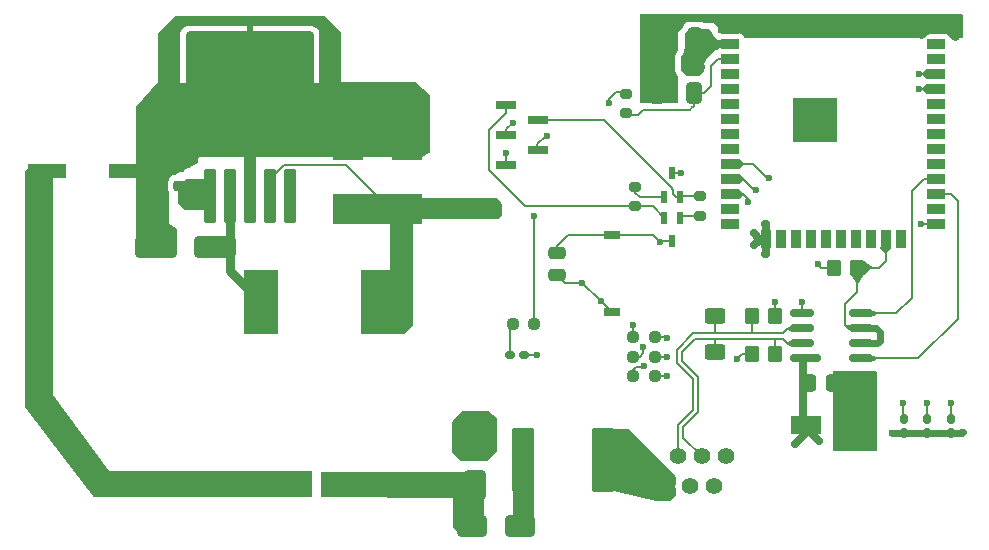
<source format=gtl>
%TF.GenerationSoftware,KiCad,Pcbnew,9.0.7*%
%TF.CreationDate,2026-01-28T21:35:42+01:00*%
%TF.ProjectId,modbus-to-x,6d6f6462-7573-42d7-946f-2d782e6b6963,rev?*%
%TF.SameCoordinates,Original*%
%TF.FileFunction,Copper,L1,Top*%
%TF.FilePolarity,Positive*%
%FSLAX46Y46*%
G04 Gerber Fmt 4.6, Leading zero omitted, Abs format (unit mm)*
G04 Created by KiCad (PCBNEW 9.0.7) date 2026-01-28 21:35:42*
%MOMM*%
%LPD*%
G01*
G04 APERTURE LIST*
G04 Aperture macros list*
%AMRoundRect*
0 Rectangle with rounded corners*
0 $1 Rounding radius*
0 $2 $3 $4 $5 $6 $7 $8 $9 X,Y pos of 4 corners*
0 Add a 4 corners polygon primitive as box body*
4,1,4,$2,$3,$4,$5,$6,$7,$8,$9,$2,$3,0*
0 Add four circle primitives for the rounded corners*
1,1,$1+$1,$2,$3*
1,1,$1+$1,$4,$5*
1,1,$1+$1,$6,$7*
1,1,$1+$1,$8,$9*
0 Add four rect primitives between the rounded corners*
20,1,$1+$1,$2,$3,$4,$5,0*
20,1,$1+$1,$4,$5,$6,$7,0*
20,1,$1+$1,$6,$7,$8,$9,0*
20,1,$1+$1,$8,$9,$2,$3,0*%
G04 Aperture macros list end*
%TA.AperFunction,SMDPad,CuDef*%
%ADD10RoundRect,0.225000X0.250000X-0.225000X0.250000X0.225000X-0.250000X0.225000X-0.250000X-0.225000X0*%
%TD*%
%TA.AperFunction,ComponentPad*%
%ADD11R,1.500000X1.500000*%
%TD*%
%TA.AperFunction,ComponentPad*%
%ADD12C,1.600000*%
%TD*%
%TA.AperFunction,SMDPad,CuDef*%
%ADD13RoundRect,0.250000X-1.050000X-0.550000X1.050000X-0.550000X1.050000X0.550000X-1.050000X0.550000X0*%
%TD*%
%TA.AperFunction,ComponentPad*%
%ADD14C,1.408000*%
%TD*%
%TA.AperFunction,SMDPad,CuDef*%
%ADD15RoundRect,0.250000X0.300000X-2.050000X0.300000X2.050000X-0.300000X2.050000X-0.300000X-2.050000X0*%
%TD*%
%TA.AperFunction,SMDPad,CuDef*%
%ADD16RoundRect,0.250002X5.149998X-4.449998X5.149998X4.449998X-5.149998X4.449998X-5.149998X-4.449998X0*%
%TD*%
%TA.AperFunction,SMDPad,CuDef*%
%ADD17R,3.302000X1.219200*%
%TD*%
%TA.AperFunction,SMDPad,CuDef*%
%ADD18RoundRect,0.237500X-0.250000X-0.237500X0.250000X-0.237500X0.250000X0.237500X-0.250000X0.237500X0*%
%TD*%
%TA.AperFunction,SMDPad,CuDef*%
%ADD19R,2.499995X2.560396*%
%TD*%
%TA.AperFunction,SMDPad,CuDef*%
%ADD20RoundRect,0.250000X-0.475000X0.250000X-0.475000X-0.250000X0.475000X-0.250000X0.475000X0.250000X0*%
%TD*%
%TA.AperFunction,SMDPad,CuDef*%
%ADD21R,0.500000X1.000000*%
%TD*%
%TA.AperFunction,SMDPad,CuDef*%
%ADD22RoundRect,0.160000X0.160000X-0.222500X0.160000X0.222500X-0.160000X0.222500X-0.160000X-0.222500X0*%
%TD*%
%TA.AperFunction,SMDPad,CuDef*%
%ADD23RoundRect,0.250000X-1.000000X-0.650000X1.000000X-0.650000X1.000000X0.650000X-1.000000X0.650000X0*%
%TD*%
%TA.AperFunction,SMDPad,CuDef*%
%ADD24RoundRect,0.250000X0.650000X-1.000000X0.650000X1.000000X-0.650000X1.000000X-0.650000X-1.000000X0*%
%TD*%
%TA.AperFunction,SMDPad,CuDef*%
%ADD25RoundRect,0.250000X-0.350000X-0.450000X0.350000X-0.450000X0.350000X0.450000X-0.350000X0.450000X0*%
%TD*%
%TA.AperFunction,SMDPad,CuDef*%
%ADD26RoundRect,0.250000X0.412500X0.650000X-0.412500X0.650000X-0.412500X-0.650000X0.412500X-0.650000X0*%
%TD*%
%TA.AperFunction,SMDPad,CuDef*%
%ADD27RoundRect,0.200000X0.275000X-0.200000X0.275000X0.200000X-0.275000X0.200000X-0.275000X-0.200000X0*%
%TD*%
%TA.AperFunction,SMDPad,CuDef*%
%ADD28RoundRect,0.250000X-0.337500X-0.475000X0.337500X-0.475000X0.337500X0.475000X-0.337500X0.475000X0*%
%TD*%
%TA.AperFunction,SMDPad,CuDef*%
%ADD29RoundRect,0.250000X-0.625000X0.400000X-0.625000X-0.400000X0.625000X-0.400000X0.625000X0.400000X0*%
%TD*%
%TA.AperFunction,SMDPad,CuDef*%
%ADD30RoundRect,0.250000X-0.250000X-0.475000X0.250000X-0.475000X0.250000X0.475000X-0.250000X0.475000X0*%
%TD*%
%TA.AperFunction,SMDPad,CuDef*%
%ADD31RoundRect,0.150000X0.825000X0.150000X-0.825000X0.150000X-0.825000X-0.150000X0.825000X-0.150000X0*%
%TD*%
%TA.AperFunction,SMDPad,CuDef*%
%ADD32R,2.900000X5.400000*%
%TD*%
%TA.AperFunction,SMDPad,CuDef*%
%ADD33RoundRect,0.200000X-0.275000X0.200000X-0.275000X-0.200000X0.275000X-0.200000X0.275000X0.200000X0*%
%TD*%
%TA.AperFunction,SMDPad,CuDef*%
%ADD34RoundRect,0.237500X0.250000X0.237500X-0.250000X0.237500X-0.250000X-0.237500X0.250000X-0.237500X0*%
%TD*%
%TA.AperFunction,SMDPad,CuDef*%
%ADD35RoundRect,0.250000X1.500000X0.650000X-1.500000X0.650000X-1.500000X-0.650000X1.500000X-0.650000X0*%
%TD*%
%TA.AperFunction,SMDPad,CuDef*%
%ADD36RoundRect,0.160000X0.222500X0.160000X-0.222500X0.160000X-0.222500X-0.160000X0.222500X-0.160000X0*%
%TD*%
%TA.AperFunction,SMDPad,CuDef*%
%ADD37RoundRect,0.250000X-0.712500X-2.475000X0.712500X-2.475000X0.712500X2.475000X-0.712500X2.475000X0*%
%TD*%
%TA.AperFunction,SMDPad,CuDef*%
%ADD38R,1.346200X0.660400*%
%TD*%
%TA.AperFunction,SMDPad,CuDef*%
%ADD39R,1.500000X0.900000*%
%TD*%
%TA.AperFunction,SMDPad,CuDef*%
%ADD40R,0.900000X1.500000*%
%TD*%
%TA.AperFunction,SMDPad,CuDef*%
%ADD41R,0.900000X0.900000*%
%TD*%
%TA.AperFunction,HeatsinkPad*%
%ADD42C,0.600000*%
%TD*%
%TA.AperFunction,SMDPad,CuDef*%
%ADD43R,3.800000X3.800000*%
%TD*%
%TA.AperFunction,SMDPad,CuDef*%
%ADD44R,1.700000X0.740000*%
%TD*%
%TA.AperFunction,ViaPad*%
%ADD45C,0.600000*%
%TD*%
%TA.AperFunction,Conductor*%
%ADD46C,0.200000*%
%TD*%
%TA.AperFunction,Conductor*%
%ADD47C,0.635000*%
%TD*%
%TA.AperFunction,Conductor*%
%ADD48C,0.800000*%
%TD*%
%TA.AperFunction,Conductor*%
%ADD49C,0.600000*%
%TD*%
%TA.AperFunction,Conductor*%
%ADD50C,1.000000*%
%TD*%
G04 APERTURE END LIST*
D10*
%TO.P,C3,1*%
%TO.N,/V_BUCK*%
X62200000Y-102675000D03*
%TO.P,C3,2*%
%TO.N,GND*%
X62200000Y-101125000D03*
%TD*%
D11*
%TO.P,SW1,1,B*%
%TO.N,/V_PROT*%
X75140000Y-127900000D03*
D12*
%TO.P,SW1,2,C*%
X77680000Y-127900000D03*
%TO.P,SW1,3,A*%
%TO.N,/V_BUCK*%
X72600000Y-127900000D03*
%TD*%
D13*
%TO.P,C22,2*%
%TO.N,GND*%
X118820555Y-122968067D03*
%TO.P,C22,1*%
%TO.N,VDD33*%
X115220555Y-122968067D03*
%TD*%
D14*
%TO.P,J1,6*%
%TO.N,/V_EXT*%
X103350000Y-128125000D03*
%TO.P,J1,5*%
%TO.N,/RS485+*%
X104370000Y-125585000D03*
%TO.P,J1,4*%
%TO.N,unconnected-(J1-Pad4)*%
X105390000Y-128125000D03*
%TO.P,J1,3*%
%TO.N,/RS485-*%
X106410000Y-125585000D03*
%TO.P,J1,2*%
%TO.N,unconnected-(J1-Pad2)*%
X107430000Y-128125000D03*
%TO.P,J1,1*%
%TO.N,GND*%
X108450000Y-125585000D03*
%TD*%
D15*
%TO.P,U1,5,~{ON}/OFF*%
%TO.N,/OFF*%
X71550000Y-103500000D03*
%TO.P,U1,4,FB*%
%TO.N,VDD33*%
X69850000Y-103500000D03*
D16*
%TO.P,U1,3,GND*%
%TO.N,GND*%
X68150000Y-94350000D03*
D15*
X68150000Y-103500000D03*
%TO.P,U1,2,OUT*%
%TO.N,Net-(D2-A1)*%
X66450000Y-103500000D03*
%TO.P,U1,1,VIN*%
%TO.N,/V_BUCK*%
X64750000Y-103500000D03*
%TD*%
D17*
%TO.P,C6,1*%
%TO.N,/V_BUCK*%
X50945600Y-101450000D03*
%TO.P,C6,2*%
%TO.N,GND*%
X57854400Y-101450000D03*
%TD*%
D18*
%TO.P,R17,1*%
%TO.N,/LED_B*%
X100603500Y-117136300D03*
%TO.P,R17,2*%
%TO.N,Net-(D5-A)*%
X102428500Y-117136300D03*
%TD*%
D19*
%TO.P,C1,1*%
%TO.N,VDD33*%
X76489608Y-104599895D03*
%TO.P,C1,2*%
%TO.N,GND*%
X76489608Y-99255507D03*
%TD*%
D20*
%TO.P,C2,1*%
%TO.N,/EN*%
X94200000Y-108350000D03*
%TO.P,C2,2*%
%TO.N,GND*%
X94200000Y-110250000D03*
%TD*%
D21*
%TO.P,Q2,1,B*%
%TO.N,Net-(Q2-B)*%
X104551000Y-105359200D03*
%TO.P,Q2,2,E*%
%TO.N,/RTS*%
X103251000Y-105359200D03*
%TO.P,Q2,3,C*%
%TO.N,/EN*%
X103901000Y-107359200D03*
%TD*%
D22*
%TO.P,D5,1,K*%
%TO.N,GND*%
X125505650Y-123570500D03*
%TO.P,D5,2,A*%
%TO.N,Net-(D5-A)*%
X125505650Y-122425500D03*
%TD*%
%TO.P,D6,1,K*%
%TO.N,GND*%
X123515650Y-123570500D03*
%TO.P,D6,2,A*%
%TO.N,Net-(D6-A)*%
X123515650Y-122425500D03*
%TD*%
D23*
%TO.P,D7,1,K*%
%TO.N,/V_PROT*%
X87000000Y-131500000D03*
%TO.P,D7,2,A*%
%TO.N,Net-(D7-A)*%
X91000000Y-131500000D03*
%TD*%
D24*
%TO.P,D8,1,A1*%
%TO.N,/V_PROT*%
X87196875Y-128000000D03*
%TO.P,D8,2,A2*%
%TO.N,GND*%
X87196875Y-124000000D03*
%TD*%
D18*
%TO.P,R16,1*%
%TO.N,/LED_C*%
X100603500Y-115498000D03*
%TO.P,R16,2*%
%TO.N,Net-(D4-A)*%
X102428500Y-115498000D03*
%TD*%
D25*
%TO.P,R2,1*%
%TO.N,/RS485+*%
X110642400Y-113690400D03*
%TO.P,R2,2*%
%TO.N,VDD33*%
X112642400Y-113690400D03*
%TD*%
D26*
%TO.P,C4,1*%
%TO.N,/EN*%
X105762500Y-94800000D03*
%TO.P,C4,2*%
%TO.N,GND*%
X102637500Y-94800000D03*
%TD*%
D27*
%TO.P,R19,1*%
%TO.N,/RTS*%
X100800000Y-104425000D03*
%TO.P,R19,2*%
%TO.N,Net-(Q1-B)*%
X100800000Y-102775000D03*
%TD*%
D18*
%TO.P,R18,1*%
%TO.N,/LED_A*%
X100603500Y-118774600D03*
%TO.P,R18,2*%
%TO.N,Net-(D6-A)*%
X102428500Y-118774600D03*
%TD*%
D28*
%TO.P,C25,1*%
%TO.N,GND*%
X103762500Y-90000000D03*
%TO.P,C25,2*%
%TO.N,VDD33*%
X105837500Y-90000000D03*
%TD*%
D25*
%TO.P,R15,1*%
%TO.N,GND*%
X117592600Y-109601000D03*
%TO.P,R15,2*%
%TO.N,/RS485_DE_RE*%
X119592600Y-109601000D03*
%TD*%
D29*
%TO.P,R1,1*%
%TO.N,/RS485+*%
X107527600Y-113664400D03*
%TO.P,R1,2*%
%TO.N,/RS485-*%
X107527600Y-116764400D03*
%TD*%
D30*
%TO.P,C7,1*%
%TO.N,VDD33*%
X115569200Y-119329200D03*
%TO.P,C7,2*%
%TO.N,GND*%
X117469200Y-119329200D03*
%TD*%
D31*
%TO.P,U3,1,RO*%
%TO.N,/RX_{2}*%
X119877200Y-117285700D03*
%TO.P,U3,2,~{RE}*%
%TO.N,/RS485_DE_RE*%
X119877200Y-116015700D03*
%TO.P,U3,3,DE*%
X119877200Y-114745700D03*
%TO.P,U3,4,DI*%
%TO.N,/TX_{2}*%
X119877200Y-113475700D03*
%TO.P,U3,5,GND*%
%TO.N,GND*%
X114927200Y-113475700D03*
%TO.P,U3,6,A*%
%TO.N,/RS485+*%
X114927200Y-114745700D03*
%TO.P,U3,7,B*%
%TO.N,/RS485-*%
X114927200Y-116015700D03*
%TO.P,U3,8,VCC*%
%TO.N,VDD33*%
X114927200Y-117285700D03*
%TD*%
D32*
%TO.P,L1,1,1*%
%TO.N,VDD33*%
X79000000Y-112500000D03*
%TO.P,L1,2,2*%
%TO.N,Net-(D2-A1)*%
X69100000Y-112500000D03*
%TD*%
D33*
%TO.P,R4,1*%
%TO.N,VDD33*%
X100000000Y-94875000D03*
%TO.P,R4,2*%
%TO.N,/EN*%
X100000000Y-96525000D03*
%TD*%
D19*
%TO.P,C8,1*%
%TO.N,VDD33*%
X81450000Y-104599895D03*
%TO.P,C8,2*%
%TO.N,GND*%
X81450000Y-99255507D03*
%TD*%
D25*
%TO.P,R14,1*%
%TO.N,GND*%
X110642400Y-116890800D03*
%TO.P,R14,2*%
%TO.N,/RS485-*%
X112642400Y-116890800D03*
%TD*%
D22*
%TO.P,D4,1,K*%
%TO.N,GND*%
X127495650Y-123570500D03*
%TO.P,D4,2,A*%
%TO.N,Net-(D4-A)*%
X127495650Y-122425500D03*
%TD*%
D34*
%TO.P,R3,1*%
%TO.N,VDD33*%
X92225000Y-114400000D03*
%TO.P,R3,2*%
%TO.N,Net-(D1-A)*%
X90400000Y-114400000D03*
%TD*%
D35*
%TO.P,D2,1,A1*%
%TO.N,Net-(D2-A1)*%
X65250000Y-107850000D03*
%TO.P,D2,2,A2*%
%TO.N,GND*%
X60250000Y-107850000D03*
%TD*%
D30*
%TO.P,C24,1*%
%TO.N,GND*%
X103250000Y-92300000D03*
%TO.P,C24,2*%
%TO.N,VDD33*%
X105150000Y-92300000D03*
%TD*%
D36*
%TO.P,D1,1,K*%
%TO.N,GND*%
X91345000Y-117032500D03*
%TO.P,D1,2,A*%
%TO.N,Net-(D1-A)*%
X90200000Y-117032500D03*
%TD*%
D37*
%TO.P,F1,1*%
%TO.N,Net-(D7-A)*%
X91312500Y-125900000D03*
%TO.P,F1,2*%
%TO.N,/V_EXT*%
X98087500Y-125900000D03*
%TD*%
D38*
%TO.P,SW4,1,1*%
%TO.N,GND*%
X98800000Y-113376600D03*
%TO.P,SW4,2,2*%
%TO.N,/EN*%
X98800000Y-106823400D03*
%TD*%
D21*
%TO.P,Q1,1,B*%
%TO.N,Net-(Q1-B)*%
X103251000Y-103600000D03*
%TO.P,Q1,2,E*%
%TO.N,/DTR*%
X104551000Y-103600000D03*
%TO.P,Q1,3,C*%
%TO.N,/IO_0*%
X103901000Y-101600000D03*
%TD*%
D39*
%TO.P,IC1,1,GND_1*%
%TO.N,GND*%
X108781800Y-89405400D03*
%TO.P,IC1,2,3V3*%
%TO.N,VDD33*%
X108781800Y-90675400D03*
%TO.P,IC1,3,EN*%
%TO.N,/EN*%
X108781800Y-91945400D03*
%TO.P,IC1,4,SENSOR_VP*%
%TO.N,unconnected-(IC1-SENSOR_VP-Pad4)*%
X108781800Y-93215400D03*
%TO.P,IC1,5,SENSOR_VN*%
%TO.N,unconnected-(IC1-SENSOR_VN-Pad5)*%
X108781800Y-94485400D03*
%TO.P,IC1,6,IO34*%
%TO.N,unconnected-(IC1-IO34-Pad6)*%
X108781800Y-95755400D03*
%TO.P,IC1,7,IO35*%
%TO.N,unconnected-(IC1-IO35-Pad7)*%
X108781800Y-97025400D03*
%TO.P,IC1,8,IO32*%
%TO.N,unconnected-(IC1-IO32-Pad8)*%
X108781800Y-98295400D03*
%TO.P,IC1,9,IO33*%
%TO.N,unconnected-(IC1-IO33-Pad9)*%
X108781800Y-99565400D03*
%TO.P,IC1,10,IO25*%
%TO.N,/LED_A*%
X108781800Y-100835400D03*
%TO.P,IC1,11,IO26*%
%TO.N,/LED_B*%
X108781800Y-102105400D03*
%TO.P,IC1,12,IO27*%
%TO.N,/LED_C*%
X108781800Y-103375400D03*
%TO.P,IC1,13,IO14*%
%TO.N,unconnected-(IC1-IO14-Pad13)*%
X108781800Y-104645400D03*
%TO.P,IC1,14,IO12*%
%TO.N,unconnected-(IC1-IO12-Pad14)*%
X108781800Y-105915400D03*
D40*
%TO.P,IC1,15,GND_2*%
%TO.N,GND*%
X111821800Y-107165400D03*
%TO.P,IC1,16,IO13*%
%TO.N,unconnected-(IC1-IO13-Pad16)*%
X113091800Y-107165400D03*
%TO.P,IC1,17,SHD/SD2*%
%TO.N,unconnected-(IC1-SHD{slash}SD2-Pad17)*%
X114361800Y-107165400D03*
%TO.P,IC1,18,SWP/SD3*%
%TO.N,unconnected-(IC1-SWP{slash}SD3-Pad18)*%
X115631800Y-107165400D03*
%TO.P,IC1,19,SCS/CMD*%
%TO.N,unconnected-(IC1-SCS{slash}CMD-Pad19)*%
X116901800Y-107165400D03*
%TO.P,IC1,20,SCK/CLK*%
%TO.N,unconnected-(IC1-SCK{slash}CLK-Pad20)*%
X118171800Y-107165400D03*
%TO.P,IC1,21,SDO/SD0*%
%TO.N,unconnected-(IC1-SDO{slash}SD0-Pad21)*%
X119441800Y-107165400D03*
%TO.P,IC1,22,SDI/SD1*%
%TO.N,unconnected-(IC1-SDI{slash}SD1-Pad22)*%
X120711800Y-107165400D03*
%TO.P,IC1,23,IO15*%
%TO.N,/RS485_DE_RE*%
X121981800Y-107165400D03*
%TO.P,IC1,24,IO2*%
%TO.N,unconnected-(IC1-IO2-Pad24)*%
X123251800Y-107165400D03*
D39*
%TO.P,IC1,25,IO0*%
%TO.N,/IO_0*%
X126281800Y-105915400D03*
%TO.P,IC1,26,IO4*%
%TO.N,unconnected-(IC1-IO4-Pad26)*%
X126281800Y-104645400D03*
%TO.P,IC1,27,IO16*%
%TO.N,/RX_{2}*%
X126281800Y-103375400D03*
%TO.P,IC1,28,IO17*%
%TO.N,/TX_{2}*%
X126281800Y-102105400D03*
%TO.P,IC1,29,IO5*%
%TO.N,unconnected-(IC1-IO5-Pad29)*%
X126281800Y-100835400D03*
%TO.P,IC1,30,IO18*%
%TO.N,unconnected-(IC1-IO18-Pad30)*%
X126281800Y-99565400D03*
%TO.P,IC1,31,IO19*%
%TO.N,unconnected-(IC1-IO19-Pad31)*%
X126281800Y-98295400D03*
%TO.P,IC1,32,NC*%
%TO.N,unconnected-(IC1-NC-Pad32)*%
X126281800Y-97025400D03*
%TO.P,IC1,33,IO21*%
%TO.N,unconnected-(IC1-IO21-Pad33)*%
X126281800Y-95755400D03*
%TO.P,IC1,34,RXD0*%
%TO.N,/RX_0*%
X126281800Y-94485400D03*
%TO.P,IC1,35,TXD0*%
%TO.N,/TX_0*%
X126281800Y-93215400D03*
%TO.P,IC1,36,IO22*%
%TO.N,unconnected-(IC1-IO22-Pad36)*%
X126281800Y-91945400D03*
%TO.P,IC1,37,IO23*%
%TO.N,unconnected-(IC1-IO23-Pad37)*%
X126281800Y-90675400D03*
%TO.P,IC1,38,GND_3*%
%TO.N,GND*%
X126281800Y-89405400D03*
D41*
%TO.P,IC1,39,GND_4*%
X114631800Y-95725400D03*
D42*
X114631800Y-96425400D03*
D41*
X114631800Y-97125400D03*
D42*
X114631800Y-97825400D03*
D41*
X114631800Y-98525400D03*
D42*
X115331800Y-95725400D03*
X115331800Y-97125400D03*
X115331800Y-98525400D03*
X116006800Y-96425400D03*
X116006800Y-97825400D03*
D41*
X116031800Y-95725400D03*
X116031800Y-97125400D03*
D43*
X116031800Y-97125400D03*
D41*
X116031800Y-98525400D03*
D42*
X116731800Y-95725400D03*
X116731800Y-97125400D03*
X116731800Y-98525400D03*
D41*
X117431800Y-95725400D03*
D42*
X117431800Y-96425400D03*
D41*
X117431800Y-97125400D03*
D42*
X117431800Y-97825400D03*
D41*
X117431800Y-98525400D03*
%TD*%
D44*
%TO.P,J4,1,1*%
%TO.N,GND*%
X89850000Y-100940000D03*
%TO.P,J4,2,2*%
%TO.N,/RX_0*%
X92550000Y-99670000D03*
%TO.P,J4,3,3*%
%TO.N,/TX_0*%
X89850000Y-98400000D03*
%TO.P,J4,4,4*%
%TO.N,/DTR*%
X92550000Y-97130000D03*
%TO.P,J4,5,5*%
%TO.N,/RTS*%
X89850000Y-95860000D03*
%TD*%
D27*
%TO.P,R5,1*%
%TO.N,Net-(Q2-B)*%
X106300000Y-105225000D03*
%TO.P,R5,2*%
%TO.N,/DTR*%
X106300000Y-103575000D03*
%TD*%
D45*
%TO.N,GND*%
X59900000Y-105600000D03*
X72500000Y-88700000D03*
X70713627Y-88700000D03*
X68925220Y-88700000D03*
X67167107Y-88700000D03*
X63613784Y-88696622D03*
X65378700Y-88700000D03*
X74600000Y-93000000D03*
X74603378Y-89446677D03*
X74600000Y-91211593D03*
X61758648Y-89446677D03*
X61755270Y-93000000D03*
X61755270Y-91211593D03*
X122508450Y-123575200D03*
X89845434Y-99930196D03*
X63350000Y-99825000D03*
X79000000Y-97500000D03*
X109407200Y-117297200D03*
X71550000Y-99825000D03*
X60290000Y-106600000D03*
X110845600Y-107721400D03*
X78150000Y-99600000D03*
X76000000Y-97500000D03*
X59900000Y-100950000D03*
X85796875Y-123100000D03*
X85796875Y-125100000D03*
X65150000Y-99825000D03*
X74600000Y-94500000D03*
X118600000Y-119300000D03*
X74750000Y-99600000D03*
X58980000Y-106600000D03*
X59150000Y-97925000D03*
X83100000Y-99600000D03*
X108840000Y-88500000D03*
X114900000Y-112550000D03*
X79750000Y-99600000D03*
X61600000Y-106600000D03*
X61750000Y-94500000D03*
X60450000Y-97925000D03*
X88596875Y-124100000D03*
X124489650Y-123575200D03*
X87896875Y-122200000D03*
X74600000Y-96260000D03*
X86596875Y-122200000D03*
X82250000Y-96125000D03*
X92436786Y-117000000D03*
X61750000Y-99825000D03*
X104800000Y-88500000D03*
X79750000Y-98600000D03*
X82000000Y-97500000D03*
X111785400Y-108483400D03*
X128500000Y-123550000D03*
X125018800Y-89027000D03*
X118800000Y-124400000D03*
X66650000Y-99825000D03*
X96311700Y-110888300D03*
X59200000Y-100300000D03*
X68150000Y-99525000D03*
X81000000Y-97500000D03*
X60450000Y-94500000D03*
X88596875Y-123100000D03*
X114140000Y-88500000D03*
X77000000Y-97500000D03*
X59150000Y-96165000D03*
X115900000Y-88500000D03*
X116281200Y-109331200D03*
X60450000Y-96165000D03*
X126300000Y-88500000D03*
X118800000Y-121600000D03*
X117660000Y-88500000D03*
X122860000Y-88500000D03*
X126470850Y-123575200D03*
X73450000Y-99825000D03*
X74750000Y-98600000D03*
X102600000Y-90000000D03*
X83100000Y-98600000D03*
X112380000Y-88500000D03*
X82250000Y-94365000D03*
X127889000Y-89052400D03*
X119800000Y-120400000D03*
X111810800Y-105867200D03*
X97861700Y-112438300D03*
X121100000Y-88500000D03*
X85796875Y-124100000D03*
X78150000Y-98600000D03*
X110845600Y-106705400D03*
X88596875Y-125100000D03*
X60000000Y-100100000D03*
X120900000Y-122950000D03*
X127889000Y-90000000D03*
X110600000Y-88500000D03*
X110032800Y-89400000D03*
X103900000Y-95300000D03*
X68150000Y-100725000D03*
X119420000Y-88500000D03*
X119900000Y-124800000D03*
X69750000Y-99825000D03*
X107150000Y-88500000D03*
X61750000Y-97885000D03*
X61750000Y-96125000D03*
X101600000Y-92300000D03*
X125018800Y-89839800D03*
X101600000Y-90000000D03*
%TO.N,/EN*%
X100000000Y-96700000D03*
X102850000Y-107400000D03*
%TO.N,/IO_0*%
X104700000Y-101600000D03*
X124968000Y-105918000D03*
%TO.N,VDD33*%
X106400000Y-92600000D03*
X114326007Y-124516311D03*
X88500000Y-105125000D03*
X107100000Y-90100000D03*
X98600000Y-95700000D03*
X87100000Y-105125000D03*
X92200000Y-105200000D03*
X112623947Y-112537800D03*
X114956700Y-118536400D03*
X85700000Y-105125000D03*
X87100000Y-104200000D03*
X107100000Y-90900000D03*
X114956700Y-121120678D03*
X116332127Y-124293730D03*
X106400000Y-91800000D03*
X85700000Y-104200000D03*
X116205000Y-117285700D03*
X88500000Y-104200000D03*
%TO.N,/TX_0*%
X124841000Y-93242208D03*
X90400000Y-97350000D03*
%TO.N,/RX_0*%
X93350000Y-98450000D03*
X124841000Y-94488000D03*
%TO.N,/V_BUCK*%
X49700000Y-103400000D03*
X63900000Y-104300000D03*
X62900000Y-104300000D03*
X49700000Y-104300000D03*
X50900000Y-102500000D03*
X62900000Y-103400000D03*
X63900000Y-103400000D03*
X62900000Y-102500000D03*
X49700000Y-102500000D03*
X50900000Y-103400000D03*
X63900000Y-102500000D03*
X50900000Y-104300000D03*
%TO.N,Net-(D4-A)*%
X103505000Y-115519200D03*
X127500000Y-121100000D03*
%TO.N,Net-(D5-A)*%
X103469900Y-117136300D03*
X125500000Y-121100000D03*
%TO.N,Net-(D6-A)*%
X103469900Y-118774600D03*
X123500000Y-121100000D03*
%TO.N,/LED_C*%
X100634800Y-114477800D03*
X110363000Y-104063800D03*
%TO.N,/LED_A*%
X101500000Y-117900000D03*
X112100000Y-102000000D03*
%TO.N,/LED_B*%
X111000000Y-103000000D03*
X101482600Y-116306600D03*
%TD*%
D46*
%TO.N,GND*%
X63000000Y-100175000D02*
X63350000Y-99825000D01*
X63000000Y-101125000D02*
X63000000Y-100175000D01*
%TO.N,/V_BUCK*%
X62300000Y-103100000D02*
X62900000Y-102500000D01*
X62275000Y-103100000D02*
X62300000Y-103100000D01*
%TO.N,Net-(Q2-B)*%
X104685200Y-105225000D02*
X104551000Y-105359200D01*
X106300000Y-105225000D02*
X104685200Y-105225000D01*
%TO.N,/DTR*%
X104576000Y-103575000D02*
X104551000Y-103600000D01*
X106300000Y-103575000D02*
X104576000Y-103575000D01*
%TO.N,GND*%
X96311700Y-110888300D02*
X97861700Y-112438300D01*
D47*
%TO.N,VDD33*%
X114956700Y-118536400D02*
X114956700Y-119329200D01*
D46*
%TO.N,GND*%
X114900000Y-112550000D02*
X114900000Y-113448500D01*
X114900000Y-113448500D02*
X114927200Y-113475700D01*
X89845434Y-100935434D02*
X89850000Y-100940000D01*
X89845434Y-99930196D02*
X89845434Y-100935434D01*
%TO.N,/EN*%
X94200000Y-107737500D02*
X94200000Y-108350000D01*
%TO.N,GND*%
X96285900Y-110862500D02*
X96311700Y-110888300D01*
X94812500Y-110862500D02*
X96285900Y-110862500D01*
X94200000Y-110250000D02*
X94812500Y-110862500D01*
D47*
X111821800Y-107165400D02*
X111305600Y-107165400D01*
D46*
X92436786Y-117000000D02*
X91377500Y-117000000D01*
D47*
X111821800Y-108447000D02*
X111785400Y-108483400D01*
D48*
X126281800Y-89405400D02*
X125453200Y-89405400D01*
D46*
X116281200Y-109331200D02*
X116551000Y-109601000D01*
D49*
X128474800Y-123575200D02*
X128500000Y-123550000D01*
D48*
X127536000Y-89405400D02*
X127889000Y-89052400D01*
D50*
X68150000Y-103500000D02*
X68150000Y-94350000D01*
D47*
X111821800Y-107165400D02*
X111821800Y-108447000D01*
D48*
X126281800Y-89405400D02*
X125397200Y-89405400D01*
D47*
X111821800Y-107165400D02*
X111401600Y-107165400D01*
D49*
X122508450Y-123575200D02*
X128474800Y-123575200D01*
D47*
X111305600Y-107165400D02*
X110845600Y-106705400D01*
D46*
X102600000Y-90000000D02*
X103762500Y-90000000D01*
X110642400Y-116890800D02*
X109813600Y-116890800D01*
X124494350Y-123570500D02*
X124489650Y-123575200D01*
D48*
X125453200Y-89405400D02*
X125018800Y-89839800D01*
D46*
X116551000Y-109601000D02*
X117592600Y-109601000D01*
X97861700Y-112438300D02*
X98800000Y-113376600D01*
D48*
X125397200Y-89405400D02*
X125018800Y-89027000D01*
D46*
X126475550Y-123570500D02*
X126470850Y-123575200D01*
D47*
X111821800Y-105878200D02*
X111810800Y-105867200D01*
D46*
X126466150Y-123570500D02*
X126470850Y-123575200D01*
X127451750Y-123487700D02*
X127524250Y-123415200D01*
D47*
X111401600Y-107165400D02*
X110845600Y-107721400D01*
D46*
X109813600Y-116890800D02*
X109407200Y-117297200D01*
X91377500Y-117000000D02*
X91345000Y-117032500D01*
D47*
X111821800Y-107165400D02*
X111821800Y-105878200D01*
D48*
X127294400Y-89405400D02*
X127889000Y-90000000D01*
X126281800Y-89405400D02*
X127536000Y-89405400D01*
D46*
X124484950Y-123570500D02*
X124489650Y-123575200D01*
D48*
X126281800Y-89405400D02*
X127294400Y-89405400D01*
D46*
%TO.N,/EN*%
X103051200Y-107400000D02*
X103092000Y-107359200D01*
X107754600Y-91945400D02*
X107200000Y-92500000D01*
X101041200Y-96697800D02*
X100002200Y-96697800D01*
X106600000Y-94800000D02*
X105762500Y-94800000D01*
X105762500Y-94537500D02*
X105762500Y-94800000D01*
X100002200Y-96697800D02*
X100000000Y-96700000D01*
X102850000Y-107400000D02*
X103051200Y-107400000D01*
X94200000Y-107737500D02*
X95114100Y-106823400D01*
X105762500Y-95885000D02*
X105537000Y-96110500D01*
X101473000Y-96266000D02*
X101041200Y-96697800D01*
X105384600Y-96266000D02*
X101473000Y-96266000D01*
X107200000Y-94200000D02*
X106600000Y-94800000D01*
X108781800Y-91945400D02*
X107754600Y-91945400D01*
X105537000Y-96110500D02*
X105537000Y-96113600D01*
X98800000Y-106823400D02*
X102273400Y-106823400D01*
X102273400Y-106823400D02*
X102850000Y-107400000D01*
X107200000Y-92500000D02*
X107200000Y-94200000D01*
X103092000Y-107359200D02*
X103901000Y-107359200D01*
X95114100Y-106823400D02*
X98753200Y-106823400D01*
X105762500Y-94800000D02*
X105762500Y-95885000D01*
X105537000Y-96113600D02*
X105384600Y-96266000D01*
%TO.N,/IO_0*%
X125732600Y-105915400D02*
X126281800Y-105915400D01*
X104700000Y-101600000D02*
X103901000Y-101600000D01*
X125730000Y-105918000D02*
X125732600Y-105915400D01*
X124968000Y-105918000D02*
X125730000Y-105918000D01*
%TO.N,VDD33*%
X92200000Y-114375000D02*
X92225000Y-114400000D01*
D47*
X114956700Y-119329200D02*
X114956700Y-117315200D01*
X115220555Y-123621763D02*
X114326007Y-124516311D01*
D46*
X71014840Y-100899000D02*
X73899000Y-100899000D01*
D47*
X115220555Y-122968067D02*
X115220555Y-123621763D01*
D46*
X98600000Y-95700000D02*
X98600000Y-95300000D01*
X69850000Y-103500000D02*
X69850000Y-102063840D01*
D47*
X115220555Y-122968067D02*
X115220555Y-123182158D01*
D46*
X69850000Y-102063840D02*
X71014840Y-100899000D01*
D47*
X115220555Y-123182158D02*
X116332127Y-124293730D01*
D46*
X76299000Y-100899000D02*
X79000000Y-103600000D01*
D47*
X114956700Y-119329200D02*
X114956700Y-122704212D01*
D46*
X76489608Y-103489608D02*
X76489608Y-104599895D01*
X98600000Y-95300000D02*
X99200000Y-94700000D01*
X112623947Y-112537800D02*
X112623947Y-113272947D01*
X112642400Y-113291400D02*
X112642400Y-113690400D01*
D47*
X114956700Y-122704212D02*
X115220555Y-122968067D01*
D46*
X92200000Y-105200000D02*
X92200000Y-114375000D01*
X112623947Y-113272947D02*
X112642400Y-113291400D01*
X73899000Y-100899000D02*
X76299000Y-100899000D01*
D47*
X114927200Y-117285700D02*
X116205000Y-117285700D01*
D46*
X99200000Y-94700000D02*
X100000000Y-94700000D01*
%TO.N,Net-(D1-A)*%
X90200000Y-117032500D02*
X90200000Y-114567500D01*
X90200000Y-114567500D02*
X90322500Y-114445000D01*
%TO.N,/TX_0*%
X126281800Y-93215400D02*
X124867808Y-93215400D01*
X90400000Y-97350000D02*
X89850000Y-97900000D01*
X89850000Y-97900000D02*
X89850000Y-98250000D01*
X124867808Y-93215400D02*
X124841000Y-93242208D01*
%TO.N,/RX_0*%
X126281800Y-94485400D02*
X124843600Y-94485400D01*
X124843600Y-94485400D02*
X124841000Y-94488000D01*
X93200000Y-98450000D02*
X92500000Y-99150000D01*
X93350000Y-98450000D02*
X93200000Y-98450000D01*
X92500000Y-99620000D02*
X92550000Y-99670000D01*
X126259000Y-94462600D02*
X126281800Y-94485400D01*
X92500000Y-99150000D02*
X92500000Y-99620000D01*
D48*
%TO.N,Net-(D2-A1)*%
X66450000Y-109850000D02*
X69100000Y-112500000D01*
X66450000Y-103500000D02*
X66450000Y-109850000D01*
D46*
%TO.N,/RS485-*%
X104755400Y-117510531D02*
X106115001Y-118870132D01*
X106115001Y-121803197D02*
X104820001Y-123098197D01*
X107527600Y-116764400D02*
X107527600Y-115621400D01*
X104820001Y-123995001D02*
X106410000Y-125585000D01*
X113665700Y-116015700D02*
X114927200Y-116015700D01*
X112642400Y-115622600D02*
X112641200Y-115621400D01*
X113271400Y-115621400D02*
X113665700Y-116015700D01*
X106115001Y-118870132D02*
X106115001Y-121803197D01*
X112641200Y-115621400D02*
X105864000Y-115621400D01*
X112641200Y-115621400D02*
X113271400Y-115621400D01*
X104755400Y-116730000D02*
X104755400Y-117510531D01*
X107527600Y-115621400D02*
X107527000Y-115620800D01*
X112642400Y-116890800D02*
X112642400Y-115622600D01*
X104820001Y-123098197D02*
X104820001Y-123995001D01*
X105864000Y-115621400D02*
X104755400Y-116730000D01*
D49*
%TO.N,/RS485_DE_RE*%
X119877200Y-114745700D02*
X119891100Y-114731800D01*
X121513600Y-115036600D02*
X121513600Y-115773200D01*
X121513600Y-115773200D02*
X121271100Y-116015700D01*
D46*
X119592600Y-111674400D02*
X119592600Y-109601000D01*
X121981800Y-107165400D02*
X121981800Y-109005800D01*
X118845700Y-114745700D02*
X118550000Y-114450000D01*
X121976800Y-107535400D02*
X121976800Y-106755400D01*
D49*
X119891100Y-114731800D02*
X121208800Y-114731800D01*
D46*
X121976800Y-107651200D02*
X121976800Y-106755400D01*
D49*
X121271100Y-116015700D02*
X119877200Y-116015700D01*
X121208800Y-114731800D02*
X121513600Y-115036600D01*
D46*
X121981800Y-109005800D02*
X121386600Y-109601000D01*
X118550000Y-114450000D02*
X118550000Y-112717000D01*
X121386600Y-109601000D02*
X119592600Y-109601000D01*
X118550000Y-112717000D02*
X119592600Y-111674400D01*
X119877200Y-114745700D02*
X118845700Y-114745700D01*
%TO.N,Net-(D4-A)*%
X102428500Y-115498000D02*
X103483800Y-115498000D01*
X127500000Y-122421150D02*
X127495650Y-122425500D01*
X103483800Y-115498000D02*
X103505000Y-115519200D01*
X127500000Y-121100000D02*
X127500000Y-122421150D01*
%TO.N,Net-(D5-A)*%
X102428500Y-117136300D02*
X103469900Y-117136300D01*
X125505650Y-121105650D02*
X125505650Y-122425500D01*
X125500000Y-121100000D02*
X125505650Y-121105650D01*
%TO.N,Net-(D6-A)*%
X123500000Y-122409850D02*
X123515650Y-122425500D01*
X123500000Y-121100000D02*
X123500000Y-122409850D01*
X102428500Y-118774600D02*
X103469900Y-118774600D01*
%TO.N,/RS485+*%
X105664999Y-119056530D02*
X105664999Y-121616803D01*
X110642400Y-113690400D02*
X110642400Y-115171400D01*
X105664999Y-121616803D02*
X104370000Y-122911802D01*
X104305400Y-117696931D02*
X105664999Y-119056530D01*
X105677600Y-115171400D02*
X104305400Y-116543600D01*
X113278600Y-115171400D02*
X105677600Y-115171400D01*
X107527600Y-113664400D02*
X107527600Y-115171400D01*
X104305400Y-116543600D02*
X104305400Y-117696931D01*
X113704300Y-114745700D02*
X113278600Y-115171400D01*
X104370000Y-122911802D02*
X104370000Y-125585000D01*
X114927200Y-114745700D02*
X113704300Y-114745700D01*
%TO.N,/TX_{2}*%
X122874300Y-113475700D02*
X124206000Y-112144000D01*
X125194600Y-102105400D02*
X126281800Y-102105400D01*
X124206000Y-112144000D02*
X124206000Y-103094000D01*
X119877200Y-113475700D02*
X122874300Y-113475700D01*
X124206000Y-103094000D02*
X125194600Y-102105400D01*
%TO.N,/RX_{2}*%
X124735000Y-117285700D02*
X128100000Y-113920700D01*
X127525400Y-103375400D02*
X126191800Y-103375400D01*
X128100000Y-103950000D02*
X127525400Y-103375400D01*
X119877200Y-117285700D02*
X124735000Y-117285700D01*
X128100000Y-113920700D02*
X128100000Y-103950000D01*
%TO.N,/LED_C*%
X110363000Y-104063800D02*
X110363000Y-103809800D01*
X100634800Y-115466700D02*
X100603500Y-115498000D01*
X109928600Y-103375400D02*
X108781800Y-103375400D01*
X100634800Y-114477800D02*
X100634800Y-115466700D01*
X110363000Y-103809800D02*
X109928600Y-103375400D01*
%TO.N,/LED_A*%
X101400000Y-118000000D02*
X101500000Y-117900000D01*
X111906000Y-102000000D02*
X110741400Y-100835400D01*
X100850000Y-118000000D02*
X101400000Y-118000000D01*
X100603500Y-118774600D02*
X100603500Y-118246500D01*
X110741400Y-100835400D02*
X108781800Y-100835400D01*
X100603500Y-118246500D02*
X100850000Y-118000000D01*
X112100000Y-102000000D02*
X111906000Y-102000000D01*
%TO.N,/LED_B*%
X101482600Y-116867400D02*
X101213700Y-117136300D01*
X101213700Y-117136300D02*
X100603500Y-117136300D01*
X101482600Y-116306600D02*
X101482600Y-116867400D01*
X109954000Y-102105400D02*
X108781800Y-102105400D01*
X110848600Y-103000000D02*
X109954000Y-102105400D01*
X111000000Y-103000000D02*
X110848600Y-103000000D01*
%TO.N,/DTR*%
X104200000Y-103600000D02*
X104551000Y-103600000D01*
X104000000Y-102997000D02*
X104000000Y-103400000D01*
X92550000Y-97130000D02*
X98130000Y-97130000D01*
X98130000Y-97130000D02*
X103799000Y-102799000D01*
X103802000Y-102799000D02*
X104000000Y-102997000D01*
X104000000Y-103400000D02*
X104200000Y-103600000D01*
%TO.N,/RTS*%
X88400000Y-97950000D02*
X89850000Y-96500000D01*
X89850000Y-96500000D02*
X89850000Y-95860000D01*
X103251000Y-105359200D02*
X102291800Y-104400000D01*
X102291800Y-104400000D02*
X91488000Y-104400000D01*
X91488000Y-104400000D02*
X88400000Y-101312000D01*
X88400000Y-101312000D02*
X88400000Y-97950000D01*
%TO.N,Net-(Q1-B)*%
X103251000Y-103600000D02*
X101150000Y-103600000D01*
X100800000Y-103250000D02*
X100800000Y-102600000D01*
X101150000Y-103600000D02*
X100800000Y-103250000D01*
%TD*%
%TA.AperFunction,Conductor*%
%TO.N,VDD33*%
G36*
X106199411Y-89280328D02*
G01*
X106199498Y-89280306D01*
X106199704Y-89280342D01*
X106205485Y-89280636D01*
X106207803Y-89280872D01*
X106234234Y-89286526D01*
X106265493Y-89296885D01*
X106291580Y-89309049D01*
X106296005Y-89311779D01*
X106423460Y-89367860D01*
X106488556Y-89386321D01*
X106626475Y-89405500D01*
X106881728Y-89405500D01*
X106937182Y-89418591D01*
X107234466Y-89567233D01*
X107285624Y-89614819D01*
X107301901Y-89661588D01*
X107312509Y-89740350D01*
X107312513Y-89740369D01*
X107329865Y-89803623D01*
X107329867Y-89803630D01*
X107329868Y-89803631D01*
X107382613Y-89927828D01*
X107382615Y-89927830D01*
X107472890Y-90039863D01*
X107503905Y-90068739D01*
X107524026Y-90087474D01*
X107524029Y-90087477D01*
X107625315Y-90157804D01*
X107625883Y-90158208D01*
X107626847Y-90159432D01*
X107653304Y-90184961D01*
X107674254Y-90212946D01*
X107674257Y-90212948D01*
X107789464Y-90299193D01*
X107789471Y-90299197D01*
X107924317Y-90349491D01*
X107924316Y-90349491D01*
X107931244Y-90350235D01*
X107983927Y-90355900D01*
X108782528Y-90355899D01*
X108795115Y-90358870D01*
X108804488Y-90357859D01*
X108837980Y-90368990D01*
X108931454Y-90415727D01*
X108982613Y-90463314D01*
X109000000Y-90526636D01*
X109000000Y-90848636D01*
X108980315Y-90915675D01*
X108963681Y-90936317D01*
X108941417Y-90958581D01*
X108880094Y-90992066D01*
X108853736Y-90994900D01*
X107983929Y-90994900D01*
X107983923Y-90994901D01*
X107924316Y-91001308D01*
X107789471Y-91051602D01*
X107789464Y-91051606D01*
X107674257Y-91137851D01*
X107674253Y-91137854D01*
X107668303Y-91145802D01*
X107664928Y-91150310D01*
X107608996Y-91192182D01*
X107565662Y-91200000D01*
X107499999Y-91200000D01*
X106800000Y-91899999D01*
X106800000Y-91999402D01*
X106780315Y-92066441D01*
X106776262Y-92072364D01*
X106770547Y-92080216D01*
X106719480Y-92131284D01*
X106669360Y-92218095D01*
X106666091Y-92223755D01*
X106666085Y-92223765D01*
X106640425Y-92268209D01*
X106640424Y-92268210D01*
X106640423Y-92268215D01*
X106599499Y-92420943D01*
X106599499Y-92420945D01*
X106599499Y-92589046D01*
X106599500Y-92589059D01*
X106599500Y-92986637D01*
X106579815Y-93053676D01*
X106563181Y-93074318D01*
X106274318Y-93363181D01*
X106212995Y-93396666D01*
X106186637Y-93399500D01*
X105299998Y-93399500D01*
X105299980Y-93399501D01*
X105222066Y-93407461D01*
X105153373Y-93394691D01*
X105121784Y-93371784D01*
X104812306Y-93062306D01*
X104800720Y-93048935D01*
X104724733Y-92947428D01*
X104700316Y-92881964D01*
X104700000Y-92873118D01*
X104700000Y-91728423D01*
X104719685Y-91661384D01*
X104731748Y-91645564D01*
X104757288Y-91617132D01*
X104773922Y-91596490D01*
X104805567Y-91552606D01*
X104865338Y-91421729D01*
X104885023Y-91354690D01*
X104885024Y-91354686D01*
X104905500Y-91212270D01*
X104905500Y-91129362D01*
X104925185Y-91062323D01*
X104960715Y-91026189D01*
X105000000Y-91000000D01*
X105000000Y-89838120D01*
X105019685Y-89771081D01*
X105036319Y-89750439D01*
X105046408Y-89740350D01*
X105126560Y-89660198D01*
X105199351Y-89568141D01*
X105229375Y-89519467D01*
X105269148Y-89434172D01*
X105275982Y-89421498D01*
X105298908Y-89384330D01*
X105316757Y-89361756D01*
X105336758Y-89341755D01*
X105359330Y-89323907D01*
X105383418Y-89309049D01*
X105409499Y-89296887D01*
X105440766Y-89286526D01*
X105467196Y-89280873D01*
X105469515Y-89280636D01*
X105482063Y-89280000D01*
X106192944Y-89280000D01*
X106199411Y-89280328D01*
G37*
%TD.AperFunction*%
%TD*%
%TA.AperFunction,Conductor*%
%TO.N,GND*%
G36*
X121193039Y-118369685D02*
G01*
X121238794Y-118422489D01*
X121250000Y-118474000D01*
X121250000Y-125026000D01*
X121230315Y-125093039D01*
X121177511Y-125138794D01*
X121126000Y-125150000D01*
X117624000Y-125150000D01*
X117556961Y-125130315D01*
X117511206Y-125077511D01*
X117500000Y-125026000D01*
X117500000Y-118474000D01*
X117519685Y-118406961D01*
X117572489Y-118361206D01*
X117624000Y-118350000D01*
X121126000Y-118350000D01*
X121193039Y-118369685D01*
G37*
%TD.AperFunction*%
%TD*%
%TA.AperFunction,Conductor*%
%TO.N,/V_EXT*%
G36*
X100286441Y-123319685D02*
G01*
X100307869Y-123337112D01*
X104164467Y-127263821D01*
X104197399Y-127325443D01*
X104200000Y-127350709D01*
X104200000Y-127928894D01*
X104198473Y-127948292D01*
X104185500Y-128030199D01*
X104185500Y-128219800D01*
X104198473Y-128301706D01*
X104200000Y-128321104D01*
X104200000Y-128848638D01*
X104180315Y-128915677D01*
X104163681Y-128936319D01*
X103736319Y-129363681D01*
X103674996Y-129397166D01*
X103648638Y-129400000D01*
X102615266Y-129400000D01*
X102585192Y-129396298D01*
X99000000Y-128500000D01*
X97324000Y-128500000D01*
X97256961Y-128480315D01*
X97211206Y-128427511D01*
X97200000Y-128376000D01*
X97200000Y-123424000D01*
X97219685Y-123356961D01*
X97272489Y-123311206D01*
X97324000Y-123300000D01*
X100219402Y-123300000D01*
X100286441Y-123319685D01*
G37*
%TD.AperFunction*%
%TD*%
%TA.AperFunction,Conductor*%
%TO.N,VDD33*%
G36*
X82643039Y-103419685D02*
G01*
X82688794Y-103472489D01*
X82700000Y-103524000D01*
X82700000Y-103700000D01*
X88998638Y-103700000D01*
X89065677Y-103719685D01*
X89086319Y-103736319D01*
X89463681Y-104113681D01*
X89497166Y-104175004D01*
X89500000Y-104201362D01*
X89500000Y-105111138D01*
X89480315Y-105178177D01*
X89463681Y-105198819D01*
X89198819Y-105463681D01*
X89137496Y-105497166D01*
X89111138Y-105500000D01*
X82700000Y-105500000D01*
X82700000Y-105776000D01*
X82680315Y-105843039D01*
X82627511Y-105888794D01*
X82576000Y-105900000D01*
X82000000Y-105900000D01*
X82000000Y-114448638D01*
X81980315Y-114515677D01*
X81963681Y-114536319D01*
X81336319Y-115163681D01*
X81274996Y-115197166D01*
X81248638Y-115200000D01*
X80174000Y-115200000D01*
X80106961Y-115180315D01*
X80061206Y-115127511D01*
X80050000Y-115076000D01*
X80050000Y-105900000D01*
X75424000Y-105900000D01*
X75356961Y-105880315D01*
X75311206Y-105827511D01*
X75300000Y-105776000D01*
X75300000Y-103524000D01*
X75319685Y-103456961D01*
X75372489Y-103411206D01*
X75424000Y-103400000D01*
X82576000Y-103400000D01*
X82643039Y-103419685D01*
G37*
%TD.AperFunction*%
%TD*%
%TA.AperFunction,Conductor*%
%TO.N,GND*%
G36*
X88304745Y-121719685D02*
G01*
X88319462Y-121730769D01*
X89054631Y-122375455D01*
X89092057Y-122434456D01*
X89096875Y-122468686D01*
X89096875Y-125051763D01*
X89077190Y-125118802D01*
X89060556Y-125139444D01*
X88236319Y-125963681D01*
X88174996Y-125997166D01*
X88148638Y-126000000D01*
X86074018Y-126000000D01*
X86006979Y-125980315D01*
X85986337Y-125963681D01*
X85333194Y-125310538D01*
X85299709Y-125249215D01*
X85296875Y-125222857D01*
X85296875Y-122697376D01*
X85316560Y-122630337D01*
X85328465Y-122614693D01*
X85542521Y-122375455D01*
X86109907Y-121741316D01*
X86169278Y-121704482D01*
X86202317Y-121700000D01*
X88237706Y-121700000D01*
X88304745Y-121719685D01*
G37*
%TD.AperFunction*%
%TD*%
%TA.AperFunction,Conductor*%
%TO.N,GND*%
G36*
X128493039Y-88125085D02*
G01*
X128538794Y-88177889D01*
X128550000Y-88229400D01*
X128550000Y-90026000D01*
X128530315Y-90093039D01*
X128477511Y-90138794D01*
X128426000Y-90150000D01*
X127623953Y-90150000D01*
X127556914Y-90130315D01*
X127511159Y-90077511D01*
X127507771Y-90069333D01*
X127475597Y-89983071D01*
X127475593Y-89983064D01*
X127389347Y-89867855D01*
X127389344Y-89867852D01*
X127274135Y-89781606D01*
X127274128Y-89781602D01*
X127139282Y-89731308D01*
X127139283Y-89731308D01*
X127079683Y-89724901D01*
X127079681Y-89724900D01*
X127079673Y-89724900D01*
X127079664Y-89724900D01*
X125483929Y-89724900D01*
X125483923Y-89724901D01*
X125424316Y-89731308D01*
X125289471Y-89781602D01*
X125289464Y-89781606D01*
X125174255Y-89867852D01*
X125174252Y-89867855D01*
X125088006Y-89983064D01*
X125088002Y-89983071D01*
X125055829Y-90069333D01*
X125013958Y-90125267D01*
X124948493Y-90149684D01*
X124939647Y-90150000D01*
X110123953Y-90150000D01*
X110056914Y-90130315D01*
X110011159Y-90077511D01*
X110007771Y-90069333D01*
X109975597Y-89983071D01*
X109975593Y-89983064D01*
X109889347Y-89867855D01*
X109889344Y-89867852D01*
X109774135Y-89781606D01*
X109774128Y-89781602D01*
X109639282Y-89731308D01*
X109639283Y-89731308D01*
X109579683Y-89724901D01*
X109579681Y-89724900D01*
X109579673Y-89724900D01*
X109579664Y-89724900D01*
X107983929Y-89724900D01*
X107983923Y-89724901D01*
X107937253Y-89729918D01*
X107868493Y-89717511D01*
X107817357Y-89669899D01*
X107800000Y-89606628D01*
X107800000Y-89212500D01*
X107487500Y-88900000D01*
X106626475Y-88900000D01*
X106561379Y-88881539D01*
X106494340Y-88840189D01*
X106494335Y-88840187D01*
X106494334Y-88840186D01*
X106327797Y-88785001D01*
X106327795Y-88785000D01*
X106225010Y-88774500D01*
X105449998Y-88774500D01*
X105449980Y-88774501D01*
X105347203Y-88785000D01*
X105347200Y-88785001D01*
X105180668Y-88840185D01*
X105180663Y-88840187D01*
X105031342Y-88932289D01*
X104907289Y-89056342D01*
X104815185Y-89205667D01*
X104799141Y-89254082D01*
X104769117Y-89302756D01*
X104400000Y-89671874D01*
X104400000Y-91212270D01*
X104380315Y-91279309D01*
X104363681Y-91299951D01*
X104307289Y-91356342D01*
X104215187Y-91505663D01*
X104215186Y-91505666D01*
X104160001Y-91672203D01*
X104160001Y-91672204D01*
X104160000Y-91672204D01*
X104149500Y-91774983D01*
X104149500Y-92825001D01*
X104149501Y-92825019D01*
X104160000Y-92927796D01*
X104160001Y-92927799D01*
X104215185Y-93094331D01*
X104215187Y-93094336D01*
X104307289Y-93243657D01*
X104363681Y-93300049D01*
X104397166Y-93361372D01*
X104400000Y-93387730D01*
X104400000Y-95541500D01*
X104380315Y-95608539D01*
X104327511Y-95654294D01*
X104276000Y-95665500D01*
X101393937Y-95665500D01*
X101356091Y-95675641D01*
X101286241Y-95673977D01*
X101228380Y-95634814D01*
X101200877Y-95570585D01*
X101200000Y-95555866D01*
X101200000Y-88229400D01*
X101219685Y-88162361D01*
X101272489Y-88116606D01*
X101324000Y-88105400D01*
X128426000Y-88105400D01*
X128493039Y-88125085D01*
G37*
%TD.AperFunction*%
%TD*%
%TA.AperFunction,Conductor*%
%TO.N,/V_PROT*%
G36*
X87943039Y-126919685D02*
G01*
X87988794Y-126972489D01*
X88000000Y-127024000D01*
X88000000Y-132176000D01*
X87980315Y-132243039D01*
X87927511Y-132288794D01*
X87876000Y-132300000D01*
X86101363Y-132300000D01*
X86034324Y-132280315D01*
X86013681Y-132263681D01*
X85436323Y-131686318D01*
X85402839Y-131624995D01*
X85400005Y-131598636D01*
X85400023Y-129092285D01*
X85400021Y-129092284D01*
X85400022Y-129092284D01*
X74273625Y-129058619D01*
X74206645Y-129038732D01*
X74161050Y-128985790D01*
X74150000Y-128934620D01*
X74150000Y-127024000D01*
X74169685Y-126956961D01*
X74222489Y-126911206D01*
X74274000Y-126900000D01*
X87876000Y-126900000D01*
X87943039Y-126919685D01*
G37*
%TD.AperFunction*%
%TD*%
%TA.AperFunction,Conductor*%
%TO.N,/V_BUCK*%
G36*
X51442940Y-100926388D02*
G01*
X51488695Y-100979192D01*
X51499901Y-101030802D01*
X51484480Y-120400007D01*
X51484481Y-120400008D01*
X56200000Y-126800000D01*
X73326000Y-126800000D01*
X73393039Y-126819685D01*
X73438794Y-126872489D01*
X73450000Y-126924000D01*
X73450000Y-128876000D01*
X73430315Y-128943039D01*
X73377511Y-128988794D01*
X73326000Y-129000000D01*
X54961352Y-129000000D01*
X54894313Y-128980315D01*
X54862778Y-128951227D01*
X54856529Y-128943039D01*
X52327668Y-125629359D01*
X49125426Y-121433316D01*
X49100403Y-121368081D01*
X49100000Y-121358089D01*
X49100000Y-101558065D01*
X49119685Y-101491026D01*
X49136319Y-101470384D01*
X49663681Y-100943022D01*
X49725004Y-100909537D01*
X49751362Y-100906703D01*
X51375901Y-100906703D01*
X51442940Y-100926388D01*
G37*
%TD.AperFunction*%
%TD*%
%TA.AperFunction,Conductor*%
%TO.N,Net-(D7-A)*%
G36*
X92143039Y-127519685D02*
G01*
X92188794Y-127572489D01*
X92200000Y-127624000D01*
X92200000Y-132026000D01*
X92180315Y-132093039D01*
X92127511Y-132138794D01*
X92076000Y-132150000D01*
X90524000Y-132150000D01*
X90456961Y-132130315D01*
X90411206Y-132077511D01*
X90400000Y-132026000D01*
X90400000Y-127624000D01*
X90419685Y-127556961D01*
X90472489Y-127511206D01*
X90524000Y-127500000D01*
X92076000Y-127500000D01*
X92143039Y-127519685D01*
G37*
%TD.AperFunction*%
%TD*%
%TA.AperFunction,Conductor*%
%TO.N,GND*%
G36*
X74490677Y-88319685D02*
G01*
X74511319Y-88336319D01*
X75863681Y-89688681D01*
X75897166Y-89750004D01*
X75900000Y-89776362D01*
X75900000Y-94000000D01*
X74049999Y-94000000D01*
X74049999Y-89850030D01*
X74049998Y-89850015D01*
X74039505Y-89747304D01*
X73984358Y-89580882D01*
X73984356Y-89580877D01*
X73892315Y-89431655D01*
X73768344Y-89307684D01*
X73619122Y-89215643D01*
X73619117Y-89215641D01*
X73452695Y-89160494D01*
X73452688Y-89160493D01*
X73349984Y-89150000D01*
X68400000Y-89150000D01*
X68400000Y-94000000D01*
X67900000Y-94000000D01*
X67900000Y-89150000D01*
X62950030Y-89150000D01*
X62950014Y-89150001D01*
X62847304Y-89160494D01*
X62680882Y-89215641D01*
X62680877Y-89215643D01*
X62531655Y-89307684D01*
X62407684Y-89431655D01*
X62315643Y-89580877D01*
X62315641Y-89580882D01*
X62260494Y-89747304D01*
X62260493Y-89747311D01*
X62250000Y-89850015D01*
X62250000Y-94000000D01*
X60400000Y-94000000D01*
X60400000Y-89776362D01*
X60419685Y-89709323D01*
X60436319Y-89688681D01*
X61788681Y-88336319D01*
X61850004Y-88302834D01*
X61876362Y-88300000D01*
X74423638Y-88300000D01*
X74490677Y-88319685D01*
G37*
%TD.AperFunction*%
%TD*%
%TA.AperFunction,Conductor*%
%TO.N,GND*%
G36*
X82220248Y-93919685D02*
G01*
X82235120Y-93930906D01*
X83407346Y-94962464D01*
X83444667Y-95021527D01*
X83449420Y-95056815D01*
X83400800Y-99821595D01*
X83380432Y-99888430D01*
X83328822Y-99932892D01*
X82724818Y-100212009D01*
X82672662Y-100223447D01*
X63929483Y-100202279D01*
X63800000Y-100331617D01*
X63800000Y-100645082D01*
X63780315Y-100712121D01*
X63733594Y-100754895D01*
X61901999Y-101715516D01*
X61857008Y-101729061D01*
X61802290Y-101734651D01*
X61641305Y-101787996D01*
X61641294Y-101788001D01*
X61496959Y-101877029D01*
X61411485Y-101962501D01*
X61411480Y-101962507D01*
X61389875Y-101984112D01*
X61300000Y-102031250D01*
X61300000Y-102121843D01*
X61287997Y-102141303D01*
X61286318Y-102146371D01*
X61234651Y-102302290D01*
X61224500Y-102401647D01*
X61224500Y-102948337D01*
X61224501Y-102948355D01*
X61234650Y-103047707D01*
X61234651Y-103047710D01*
X61287997Y-103208697D01*
X61288380Y-103209518D01*
X61288604Y-103210528D01*
X61290269Y-103215553D01*
X61289755Y-103215723D01*
X61300000Y-103261927D01*
X61300000Y-105900000D01*
X61937522Y-106264298D01*
X61985961Y-106314649D01*
X62000000Y-106371959D01*
X62000000Y-107476000D01*
X61980315Y-107543039D01*
X61927511Y-107588794D01*
X61876000Y-107600000D01*
X58624000Y-107600000D01*
X58556961Y-107580315D01*
X58511206Y-107527511D01*
X58500000Y-107476000D01*
X58500000Y-96047769D01*
X58519685Y-95980730D01*
X58532050Y-95964576D01*
X60400000Y-93900000D01*
X60400000Y-94000000D01*
X75900000Y-94000000D01*
X75900000Y-93900000D01*
X82153209Y-93900000D01*
X82220248Y-93919685D01*
G37*
%TD.AperFunction*%
%TD*%
%TA.AperFunction,Conductor*%
%TO.N,/V_BUCK*%
G36*
X65243039Y-102150935D02*
G01*
X65288794Y-102203739D01*
X65300000Y-102255250D01*
X65300000Y-104576000D01*
X65280315Y-104643039D01*
X65227511Y-104688794D01*
X65176000Y-104700000D01*
X62633002Y-104700000D01*
X62565963Y-104680315D01*
X62545321Y-104663681D01*
X62136319Y-104254679D01*
X62102834Y-104193356D01*
X62100000Y-104166998D01*
X62100000Y-102824799D01*
X62119685Y-102757760D01*
X62136319Y-102737118D01*
X62705868Y-102167569D01*
X62767191Y-102134084D01*
X62793549Y-102131250D01*
X65176000Y-102131250D01*
X65243039Y-102150935D01*
G37*
%TD.AperFunction*%
%TD*%
%TA.AperFunction,Conductor*%
%TO.N,/RS485-*%
G36*
X114050139Y-115728867D02*
G01*
X114893882Y-116005261D01*
X114900677Y-116011092D01*
X114901358Y-116020021D01*
X114895526Y-116026817D01*
X114893865Y-116027503D01*
X114049335Y-116302802D01*
X114040518Y-116302163D01*
X113763644Y-116165088D01*
X113600050Y-116084095D01*
X113594157Y-116077355D01*
X113594757Y-116068420D01*
X113596966Y-116065341D01*
X113726017Y-115936290D01*
X113727867Y-115934786D01*
X114040090Y-115730201D01*
X114048887Y-115728534D01*
X114050139Y-115728867D01*
G37*
%TD.AperFunction*%
%TD*%
%TA.AperFunction,Conductor*%
%TO.N,/RS485_DE_RE*%
G36*
X119600616Y-109607543D02*
G01*
X120166513Y-110140031D01*
X120170190Y-110148195D01*
X120168360Y-110154841D01*
X119696049Y-110895590D01*
X119688712Y-110900724D01*
X119686184Y-110901000D01*
X119499016Y-110901000D01*
X119490743Y-110897573D01*
X119489151Y-110895590D01*
X119016839Y-110154841D01*
X119015280Y-110146023D01*
X119018684Y-110140033D01*
X119584583Y-109607543D01*
X119592956Y-109604370D01*
X119600616Y-109607543D01*
G37*
%TD.AperFunction*%
%TD*%
%TA.AperFunction,Conductor*%
%TO.N,/RS485_DE_RE*%
G36*
X120145799Y-109007508D02*
G01*
X120787997Y-109497488D01*
X120792496Y-109505231D01*
X120792600Y-109506790D01*
X120792600Y-109695209D01*
X120789173Y-109703482D01*
X120787997Y-109704511D01*
X120145801Y-110194490D01*
X120137145Y-110196784D01*
X120130048Y-110193060D01*
X119598759Y-109608872D01*
X119595728Y-109600446D01*
X119598759Y-109593128D01*
X119685739Y-109497488D01*
X120130049Y-109008938D01*
X120138150Y-109005124D01*
X120145799Y-109007508D01*
G37*
%TD.AperFunction*%
%TD*%
%TA.AperFunction,Conductor*%
%TO.N,/RS485_DE_RE*%
G36*
X119055195Y-114446790D02*
G01*
X119836217Y-114731224D01*
X119842818Y-114737275D01*
X119843207Y-114746222D01*
X119837156Y-114752823D01*
X119834151Y-114753756D01*
X118910493Y-114908902D01*
X118901767Y-114906893D01*
X118900831Y-114906152D01*
X118719068Y-114746407D01*
X118612180Y-114652467D01*
X118608229Y-114644433D01*
X118611117Y-114635956D01*
X118611616Y-114635423D01*
X118741664Y-114505375D01*
X118747799Y-114502147D01*
X119049065Y-114446281D01*
X119055195Y-114446790D01*
G37*
%TD.AperFunction*%
%TD*%
%TA.AperFunction,Conductor*%
%TO.N,/RS485+*%
G36*
X114027502Y-114473243D02*
G01*
X114892309Y-114734249D01*
X114899238Y-114739919D01*
X114900128Y-114748830D01*
X114894457Y-114755760D01*
X114892569Y-114756568D01*
X114049827Y-115032634D01*
X114040898Y-115031953D01*
X114040237Y-115031590D01*
X113739446Y-114854003D01*
X113737121Y-114852201D01*
X113607650Y-114722730D01*
X113604223Y-114714457D01*
X113607650Y-114706184D01*
X113610173Y-114704267D01*
X114018445Y-114474269D01*
X114027334Y-114473195D01*
X114027502Y-114473243D01*
G37*
%TD.AperFunction*%
%TD*%
%TA.AperFunction,Conductor*%
%TO.N,/TX_{2}*%
G36*
X120763837Y-113189152D02*
G01*
X121145566Y-113372513D01*
X121151540Y-113379184D01*
X121152200Y-113383059D01*
X121152200Y-113568340D01*
X121148773Y-113576613D01*
X121145566Y-113578886D01*
X120763837Y-113762247D01*
X120755138Y-113762823D01*
X120150293Y-113565238D01*
X119910245Y-113486821D01*
X119903446Y-113480995D01*
X119902757Y-113472067D01*
X119908584Y-113465267D01*
X119910244Y-113464578D01*
X120755139Y-113188576D01*
X120763837Y-113189152D01*
G37*
%TD.AperFunction*%
%TD*%
%TA.AperFunction,Conductor*%
%TO.N,/RX_{2}*%
G36*
X120763837Y-116999152D02*
G01*
X121145566Y-117182513D01*
X121151540Y-117189184D01*
X121152200Y-117193059D01*
X121152200Y-117378340D01*
X121148773Y-117386613D01*
X121145566Y-117388886D01*
X120763837Y-117572247D01*
X120755138Y-117572823D01*
X120150293Y-117375238D01*
X119910245Y-117296821D01*
X119903446Y-117290995D01*
X119902757Y-117282067D01*
X119908584Y-117275267D01*
X119910244Y-117274578D01*
X120755139Y-116998576D01*
X120763837Y-116999152D01*
G37*
%TD.AperFunction*%
%TD*%
%TA.AperFunction,Conductor*%
%TO.N,/TX_0*%
G36*
X125538672Y-92769518D02*
G01*
X126266051Y-93205364D01*
X126271386Y-93212556D01*
X126270073Y-93221414D01*
X126266051Y-93225436D01*
X125538672Y-93661281D01*
X125529814Y-93662594D01*
X125525475Y-93660480D01*
X125086317Y-93318913D01*
X125081890Y-93311129D01*
X125081800Y-93309678D01*
X125081800Y-93121121D01*
X125085227Y-93112848D01*
X125086309Y-93111892D01*
X125525475Y-92770318D01*
X125534109Y-92767944D01*
X125538672Y-92769518D01*
G37*
%TD.AperFunction*%
%TD*%
%TA.AperFunction,Conductor*%
%TO.N,/RX_0*%
G36*
X125538672Y-94039518D02*
G01*
X126266051Y-94475364D01*
X126271386Y-94482556D01*
X126270073Y-94491414D01*
X126266051Y-94495436D01*
X125538672Y-94931281D01*
X125529814Y-94932594D01*
X125525475Y-94930480D01*
X125086317Y-94588913D01*
X125081890Y-94581129D01*
X125081800Y-94579678D01*
X125081800Y-94391121D01*
X125085227Y-94382848D01*
X125086309Y-94381892D01*
X125525475Y-94040318D01*
X125534109Y-94037944D01*
X125538672Y-94039518D01*
G37*
%TD.AperFunction*%
%TD*%
%TA.AperFunction,Conductor*%
%TO.N,/RS485_DE_RE*%
G36*
X121987814Y-107177126D02*
G01*
X121991834Y-107181146D01*
X122190818Y-107513228D01*
X122427681Y-107908527D01*
X122428994Y-107917385D01*
X122426880Y-107921724D01*
X122085313Y-108360883D01*
X122077529Y-108365310D01*
X122076078Y-108365400D01*
X121887522Y-108365400D01*
X121879249Y-108361973D01*
X121878287Y-108360883D01*
X121536719Y-107921724D01*
X121534344Y-107913090D01*
X121535918Y-107908527D01*
X121971765Y-107181147D01*
X121978956Y-107175813D01*
X121987814Y-107177126D01*
G37*
%TD.AperFunction*%
%TD*%
%TA.AperFunction,Conductor*%
%TO.N,/LED_C*%
G36*
X109537966Y-102953538D02*
G01*
X110026482Y-103334169D01*
X110030902Y-103341957D01*
X110028520Y-103350589D01*
X110027564Y-103351671D01*
X109895637Y-103483598D01*
X109895375Y-103483852D01*
X109538248Y-103819342D01*
X109529872Y-103822509D01*
X109524215Y-103820846D01*
X108798276Y-103385009D01*
X108792947Y-103377813D01*
X108794267Y-103368956D01*
X108798522Y-103364803D01*
X109525002Y-102952590D01*
X109533888Y-102951489D01*
X109537966Y-102953538D01*
G37*
%TD.AperFunction*%
%TD*%
%TA.AperFunction,Conductor*%
%TO.N,/LED_A*%
G36*
X109538125Y-100390319D02*
G01*
X109977283Y-100731887D01*
X109981710Y-100739670D01*
X109981800Y-100741121D01*
X109981800Y-100929678D01*
X109978373Y-100937951D01*
X109977283Y-100938913D01*
X109538124Y-101280480D01*
X109529490Y-101282855D01*
X109524927Y-101281281D01*
X109129628Y-101044418D01*
X108797547Y-100845434D01*
X108792213Y-100838244D01*
X108793526Y-100829386D01*
X108797546Y-100825365D01*
X109524927Y-100389517D01*
X109533785Y-100388205D01*
X109538125Y-100390319D01*
G37*
%TD.AperFunction*%
%TD*%
%TA.AperFunction,Conductor*%
%TO.N,/LED_B*%
G36*
X109538012Y-101672136D02*
G01*
X110033634Y-102046245D01*
X110038172Y-102053964D01*
X110035923Y-102062632D01*
X110034858Y-102063856D01*
X109903013Y-102195701D01*
X109902882Y-102195830D01*
X109538256Y-102549143D01*
X109529930Y-102552440D01*
X109524092Y-102550772D01*
X108798055Y-102114876D01*
X108792726Y-102107680D01*
X108794046Y-102098823D01*
X108798185Y-102094737D01*
X109525075Y-101671363D01*
X109533948Y-101670161D01*
X109538012Y-101672136D01*
G37*
%TD.AperFunction*%
%TD*%
M02*

</source>
